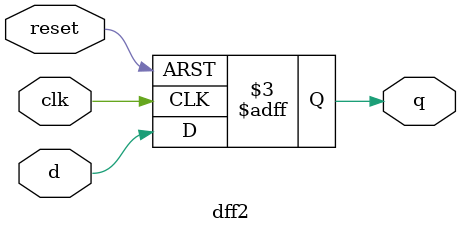
<source format=v>
/*
*   Introduction to FPGA and Verilog
*
*   Viktor Prutyanov, 2019
*
*   Module which is synthesized as D-flip-flop with asynchronous reset
*/

module dff2(
    input clk,
    input d,
    input reset,

    output reg q
);

always @(posedge clk or negedge reset) begin
    if (!reset)
        q <= 0;
    else
        q <= d;
end

endmodule

</source>
